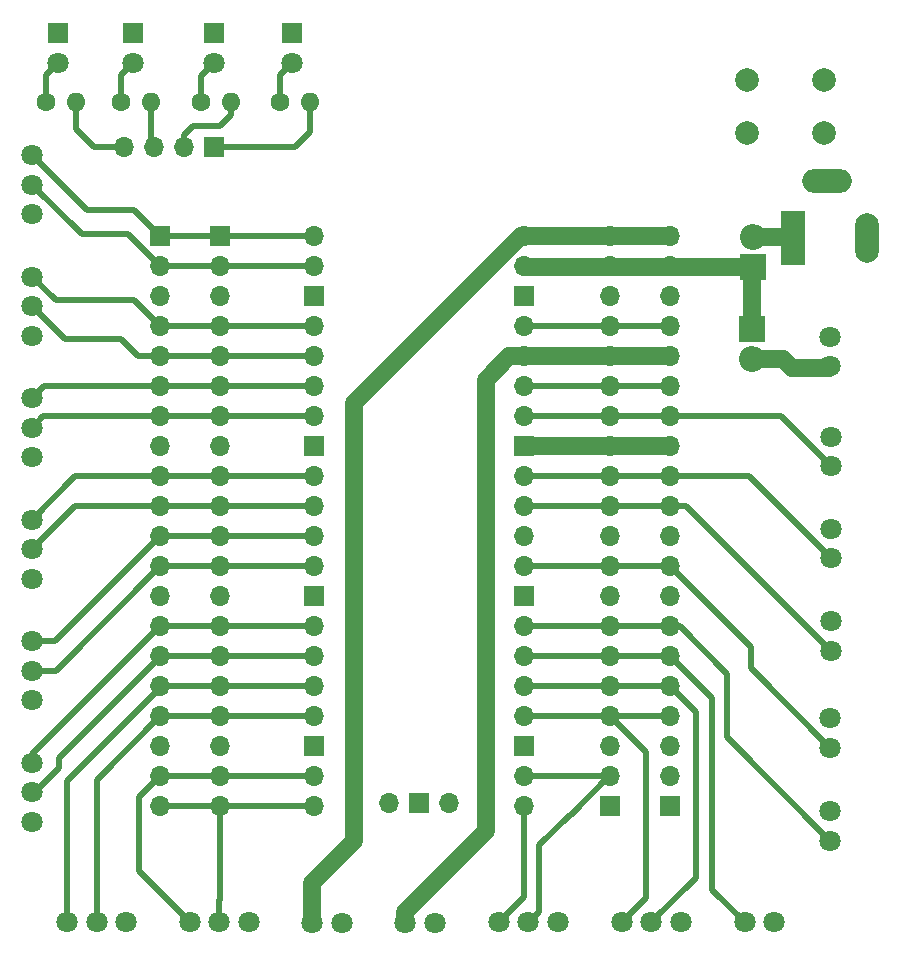
<source format=gbr>
%TF.GenerationSoftware,KiCad,Pcbnew,8.0.3*%
%TF.CreationDate,2024-07-10T23:10:10+09:00*%
%TF.ProjectId,power_control,706f7765-725f-4636-9f6e-74726f6c2e6b,rev?*%
%TF.SameCoordinates,PX5b8d800PY3473bc0*%
%TF.FileFunction,Copper,L1,Top*%
%TF.FilePolarity,Positive*%
%FSLAX46Y46*%
G04 Gerber Fmt 4.6, Leading zero omitted, Abs format (unit mm)*
G04 Created by KiCad (PCBNEW 8.0.3) date 2024-07-10 23:10:10*
%MOMM*%
%LPD*%
G01*
G04 APERTURE LIST*
%TA.AperFunction,ComponentPad*%
%ADD10R,2.200000X2.200000*%
%TD*%
%TA.AperFunction,ComponentPad*%
%ADD11O,2.200000X2.200000*%
%TD*%
%TA.AperFunction,ComponentPad*%
%ADD12C,1.600000*%
%TD*%
%TA.AperFunction,ComponentPad*%
%ADD13O,1.600000X1.600000*%
%TD*%
%TA.AperFunction,ComponentPad*%
%ADD14C,1.800000*%
%TD*%
%TA.AperFunction,ComponentPad*%
%ADD15R,1.800000X1.800000*%
%TD*%
%TA.AperFunction,ComponentPad*%
%ADD16R,1.700000X1.700000*%
%TD*%
%TA.AperFunction,ComponentPad*%
%ADD17O,1.700000X1.700000*%
%TD*%
%TA.AperFunction,ComponentPad*%
%ADD18R,2.000000X4.600000*%
%TD*%
%TA.AperFunction,ComponentPad*%
%ADD19O,2.000000X4.200000*%
%TD*%
%TA.AperFunction,ComponentPad*%
%ADD20O,4.200000X2.000000*%
%TD*%
%TA.AperFunction,ComponentPad*%
%ADD21C,2.000000*%
%TD*%
%TA.AperFunction,Conductor*%
%ADD22C,0.500000*%
%TD*%
%TA.AperFunction,Conductor*%
%ADD23C,1.500000*%
%TD*%
G04 APERTURE END LIST*
D10*
%TO.P,D6,1,K*%
%TO.N,VIN*%
X72275000Y-23486000D03*
D11*
%TO.P,D6,2,A*%
%TO.N,Net-(D6-A)*%
X72275000Y-20946000D03*
%TD*%
D12*
%TO.P,R4,1*%
%TO.N,Net-(D4-A)*%
X12429000Y-9541000D03*
D13*
%TO.P,R4,2*%
%TO.N,Net-(J5-Pin_4)*%
X14969000Y-9541000D03*
%TD*%
D14*
%TO.P,J18,1,Pin_1*%
%TO.N,Net-(J16-Pin_12)*%
X78916000Y-48158000D03*
%TO.P,J18,2,Pin_2*%
%TO.N,Net-(J16-Pin_13)*%
X78916000Y-45658000D03*
%TD*%
D12*
%TO.P,R3,1*%
%TO.N,Net-(D3-A)*%
X18779000Y-9541000D03*
D13*
%TO.P,R3,2*%
%TO.N,Net-(J5-Pin_3)*%
X21319000Y-9541000D03*
%TD*%
D15*
%TO.P,D1,1,K*%
%TO.N,GND*%
X33286000Y-3674000D03*
D14*
%TO.P,D1,2,A*%
%TO.N,Net-(D1-A)*%
X33286000Y-6214000D03*
%TD*%
%TO.P,J17,1,Pin_1*%
%TO.N,Net-(J16-Pin_11)*%
X78916000Y-55978000D03*
%TO.P,J17,2,Pin_2*%
%TO.N,Net-(J16-Pin_13)*%
X78916000Y-53478000D03*
%TD*%
%TO.P,J14,1,Pin_1*%
%TO.N,Net-(J14-Pin_1)*%
X24630000Y-78950000D03*
%TO.P,J14,2,Pin_2*%
%TO.N,Net-(J14-Pin_2)*%
X27130000Y-78950000D03*
%TO.P,J14,3,Pin_3*%
%TO.N,GND*%
X29630000Y-78950000D03*
%TD*%
D15*
%TO.P,D3,1,K*%
%TO.N,GND*%
X19824000Y-3669000D03*
D14*
%TO.P,D3,2,A*%
%TO.N,Net-(D3-A)*%
X19824000Y-6209000D03*
%TD*%
D16*
%TO.P,J5,1,Pin_1*%
%TO.N,Net-(J5-Pin_1)*%
X26682000Y-13326000D03*
D17*
%TO.P,J5,2,Pin_2*%
%TO.N,Net-(J5-Pin_2)*%
X24142000Y-13326000D03*
%TO.P,J5,3,Pin_3*%
%TO.N,Net-(J5-Pin_3)*%
X21602000Y-13326000D03*
%TO.P,J5,4,Pin_4*%
%TO.N,Net-(J5-Pin_4)*%
X19062000Y-13326000D03*
%TD*%
D14*
%TO.P,J20,1,Pin_1*%
%TO.N,Net-(J16-Pin_9)*%
X78862000Y-64176000D03*
%TO.P,J20,2,Pin_2*%
%TO.N,GND*%
X78862000Y-61676000D03*
%TD*%
%TO.P,J11,1,Pin_1*%
%TO.N,Net-(J11-Pin_1)*%
X11278000Y-55149000D03*
%TO.P,J11,2,Pin_2*%
%TO.N,Net-(J11-Pin_2)*%
X11278000Y-57649000D03*
%TO.P,J11,3,Pin_3*%
%TO.N,GND*%
X11278000Y-60149000D03*
%TD*%
D16*
%TO.P,J6,1,Pin_1*%
%TO.N,Net-(J15-Pin_1)*%
X27190000Y-20860000D03*
D17*
%TO.P,J6,2,Pin_2*%
%TO.N,Net-(J15-Pin_2)*%
X27190000Y-23400000D03*
%TO.P,J6,3,Pin_3*%
%TO.N,GND*%
X27190000Y-25940000D03*
%TO.P,J6,4,Pin_4*%
%TO.N,Net-(J15-Pin_4)*%
X27190000Y-28480000D03*
%TO.P,J6,5,Pin_5*%
%TO.N,Net-(J15-Pin_5)*%
X27190000Y-31020000D03*
%TO.P,J6,6,Pin_6*%
%TO.N,Net-(J15-Pin_6)*%
X27190000Y-33560000D03*
%TO.P,J6,7,Pin_7*%
%TO.N,Net-(J15-Pin_7)*%
X27190000Y-36100000D03*
%TO.P,J6,8,Pin_8*%
%TO.N,GND*%
X27190000Y-38640000D03*
%TO.P,J6,9,Pin_9*%
%TO.N,Net-(J10-Pin_1)*%
X27190000Y-41180000D03*
%TO.P,J6,10,Pin_10*%
%TO.N,Net-(J10-Pin_2)*%
X27190000Y-43720000D03*
%TO.P,J6,11,Pin_11*%
%TO.N,Net-(J11-Pin_1)*%
X27190000Y-46260000D03*
%TO.P,J6,12,Pin_12*%
%TO.N,Net-(J11-Pin_2)*%
X27190000Y-48800000D03*
%TO.P,J6,13,Pin_13*%
%TO.N,GND*%
X27190000Y-51340000D03*
%TO.P,J6,14,Pin_14*%
%TO.N,Net-(J12-Pin_1)*%
X27190000Y-53880000D03*
%TO.P,J6,15,Pin_15*%
%TO.N,Net-(J12-Pin_2)*%
X27190000Y-56420000D03*
%TO.P,J6,16,Pin_16*%
%TO.N,Net-(J13-Pin_1)*%
X27190000Y-58960000D03*
%TO.P,J6,17,Pin_17*%
%TO.N,Net-(J13-Pin_2)*%
X27190000Y-61500000D03*
%TO.P,J6,18,Pin_18*%
%TO.N,GND*%
X27190000Y-64040000D03*
%TO.P,J6,19,Pin_19*%
%TO.N,Net-(J14-Pin_1)*%
X27190000Y-66580000D03*
%TO.P,J6,20,Pin_20*%
%TO.N,Net-(J14-Pin_2)*%
X27190000Y-69120000D03*
%TD*%
D16*
%TO.P,J25,1,Pin_1*%
%TO.N,Net-(J16-Pin_1)*%
X65290000Y-69130000D03*
D17*
%TO.P,J25,2,Pin_2*%
%TO.N,Net-(J16-Pin_2)*%
X65290000Y-66590000D03*
%TO.P,J25,3,Pin_3*%
%TO.N,GND*%
X65290000Y-64050000D03*
%TO.P,J25,4,Pin_4*%
%TO.N,Net-(J16-Pin_4)*%
X65290000Y-61510000D03*
%TO.P,J25,5,Pin_5*%
%TO.N,Net-(J16-Pin_5)*%
X65290000Y-58970000D03*
%TO.P,J25,6,Pin_6*%
%TO.N,Net-(J16-Pin_6)*%
X65290000Y-56430000D03*
%TO.P,J25,7,Pin_7*%
%TO.N,Net-(J16-Pin_7)*%
X65290000Y-53890000D03*
%TO.P,J25,8,Pin_8*%
%TO.N,GND*%
X65290000Y-51350000D03*
%TO.P,J25,9,Pin_9*%
%TO.N,Net-(J16-Pin_9)*%
X65290000Y-48810000D03*
%TO.P,J25,10,Pin_10*%
%TO.N,Net-(J16-Pin_10)*%
X65290000Y-46270000D03*
%TO.P,J25,11,Pin_11*%
%TO.N,Net-(J16-Pin_11)*%
X65290000Y-43730000D03*
%TO.P,J25,12,Pin_12*%
%TO.N,Net-(J16-Pin_12)*%
X65290000Y-41190000D03*
%TO.P,J25,13,Pin_13*%
%TO.N,Net-(J16-Pin_13)*%
X65290000Y-38650000D03*
%TO.P,J25,14,Pin_14*%
%TO.N,Net-(J16-Pin_14)*%
X65290000Y-36110000D03*
%TO.P,J25,15,Pin_15*%
%TO.N,Net-(J16-Pin_15)*%
X65290000Y-33570000D03*
%TO.P,J25,16,Pin_16*%
%TO.N,3.3V*%
X65290000Y-31030000D03*
%TO.P,J25,17,Pin_17*%
%TO.N,Net-(J16-Pin_17)*%
X65290000Y-28490000D03*
%TO.P,J25,18,Pin_18*%
%TO.N,GND*%
X65290000Y-25950000D03*
%TO.P,J25,19,Pin_19*%
%TO.N,VIN*%
X65290000Y-23410000D03*
%TO.P,J25,20,Pin_20*%
%TO.N,5V*%
X65290000Y-20870000D03*
%TD*%
D14*
%TO.P,J21,1,Pin_1*%
%TO.N,Net-(J16-Pin_7)*%
X78862000Y-72050000D03*
%TO.P,J21,2,Pin_2*%
%TO.N,GND*%
X78862000Y-69550000D03*
%TD*%
D18*
%TO.P,J1,1*%
%TO.N,Net-(D6-A)*%
X75700000Y-21000000D03*
D19*
%TO.P,J1,2*%
%TO.N,GND*%
X82000000Y-21000000D03*
D20*
%TO.P,J1,3*%
X78600000Y-16200000D03*
%TD*%
D12*
%TO.P,R2,1*%
%TO.N,Net-(D2-A)*%
X25593000Y-9504000D03*
D13*
%TO.P,R2,2*%
%TO.N,Net-(J5-Pin_2)*%
X28133000Y-9504000D03*
%TD*%
D10*
%TO.P,D5,1,K*%
%TO.N,VIN*%
X72249600Y-28743800D03*
D11*
%TO.P,D5,2,A*%
%TO.N,Net-(D5-A)*%
X72249600Y-31283800D03*
%TD*%
D14*
%TO.P,J23,1,Pin_1*%
%TO.N,Net-(J16-Pin_4)*%
X61206000Y-78950000D03*
%TO.P,J23,2,Pin_2*%
%TO.N,Net-(J16-Pin_5)*%
X63706000Y-78950000D03*
%TO.P,J23,3,Pin_3*%
%TO.N,GND*%
X66206000Y-78950000D03*
%TD*%
%TO.P,J12,1,Pin_1*%
%TO.N,Net-(J12-Pin_1)*%
X11278000Y-65436000D03*
%TO.P,J12,2,Pin_2*%
%TO.N,Net-(J12-Pin_2)*%
X11278000Y-67936000D03*
%TO.P,J12,3,Pin_3*%
%TO.N,GND*%
X11278000Y-70436000D03*
%TD*%
%TO.P,J10,1,Pin_1*%
%TO.N,Net-(J10-Pin_1)*%
X11278000Y-44862000D03*
%TO.P,J10,2,Pin_2*%
%TO.N,Net-(J10-Pin_2)*%
X11278000Y-47362000D03*
%TO.P,J10,3,Pin_3*%
%TO.N,GND*%
X11278000Y-49862000D03*
%TD*%
%TO.P,J4,1,Pin_1*%
%TO.N,3.3V*%
X42851000Y-78985000D03*
%TO.P,J4,2,Pin_2*%
%TO.N,GND*%
X45351000Y-78985000D03*
%TD*%
%TO.P,J24,1,Pin_1*%
%TO.N,Net-(J16-Pin_1)*%
X50792000Y-78950000D03*
%TO.P,J24,2,Pin_2*%
%TO.N,Net-(J16-Pin_2)*%
X53292000Y-78950000D03*
%TO.P,J24,3,Pin_3*%
%TO.N,GND*%
X55792000Y-78950000D03*
%TD*%
%TO.P,J9,1,Pin_1*%
%TO.N,Net-(J15-Pin_6)*%
X11278000Y-34575000D03*
%TO.P,J9,2,Pin_2*%
%TO.N,Net-(J15-Pin_7)*%
X11278000Y-37075000D03*
%TO.P,J9,3,Pin_3*%
%TO.N,GND*%
X11278000Y-39575000D03*
%TD*%
D16*
%TO.P,J15,1,Pin_1*%
%TO.N,Net-(J15-Pin_1)*%
X22110000Y-20870000D03*
D17*
%TO.P,J15,2,Pin_2*%
%TO.N,Net-(J15-Pin_2)*%
X22110000Y-23410000D03*
%TO.P,J15,3,Pin_3*%
%TO.N,GND*%
X22110000Y-25950000D03*
%TO.P,J15,4,Pin_4*%
%TO.N,Net-(J15-Pin_4)*%
X22110000Y-28490000D03*
%TO.P,J15,5,Pin_5*%
%TO.N,Net-(J15-Pin_5)*%
X22110000Y-31030000D03*
%TO.P,J15,6,Pin_6*%
%TO.N,Net-(J15-Pin_6)*%
X22110000Y-33570000D03*
%TO.P,J15,7,Pin_7*%
%TO.N,Net-(J15-Pin_7)*%
X22110000Y-36110000D03*
%TO.P,J15,8,Pin_8*%
%TO.N,GND*%
X22110000Y-38650000D03*
%TO.P,J15,9,Pin_9*%
%TO.N,Net-(J10-Pin_1)*%
X22110000Y-41190000D03*
%TO.P,J15,10,Pin_10*%
%TO.N,Net-(J10-Pin_2)*%
X22110000Y-43730000D03*
%TO.P,J15,11,Pin_11*%
%TO.N,Net-(J11-Pin_1)*%
X22110000Y-46270000D03*
%TO.P,J15,12,Pin_12*%
%TO.N,Net-(J11-Pin_2)*%
X22110000Y-48810000D03*
%TO.P,J15,13,Pin_13*%
%TO.N,GND*%
X22110000Y-51350000D03*
%TO.P,J15,14,Pin_14*%
%TO.N,Net-(J12-Pin_1)*%
X22110000Y-53890000D03*
%TO.P,J15,15,Pin_15*%
%TO.N,Net-(J12-Pin_2)*%
X22110000Y-56430000D03*
%TO.P,J15,16,Pin_16*%
%TO.N,Net-(J13-Pin_1)*%
X22110000Y-58970000D03*
%TO.P,J15,17,Pin_17*%
%TO.N,Net-(J13-Pin_2)*%
X22110000Y-61510000D03*
%TO.P,J15,18,Pin_18*%
%TO.N,GND*%
X22110000Y-64050000D03*
%TO.P,J15,19,Pin_19*%
%TO.N,Net-(J14-Pin_1)*%
X22110000Y-66590000D03*
%TO.P,J15,20,Pin_20*%
%TO.N,Net-(J14-Pin_2)*%
X22110000Y-69130000D03*
%TD*%
D14*
%TO.P,J13,1,Pin_1*%
%TO.N,Net-(J13-Pin_1)*%
X14250000Y-78950000D03*
%TO.P,J13,2,Pin_2*%
%TO.N,Net-(J13-Pin_2)*%
X16750000Y-78950000D03*
%TO.P,J13,3,Pin_3*%
%TO.N,GND*%
X19250000Y-78950000D03*
%TD*%
%TO.P,J3,1,Pin_1*%
%TO.N,5V*%
X34977000Y-78985000D03*
%TO.P,J3,2,Pin_2*%
%TO.N,GND*%
X37477000Y-78985000D03*
%TD*%
D15*
%TO.P,D4,1,K*%
%TO.N,GND*%
X13474000Y-3669000D03*
D14*
%TO.P,D4,2,A*%
%TO.N,Net-(D4-A)*%
X13474000Y-6209000D03*
%TD*%
D12*
%TO.P,R1,1*%
%TO.N,Net-(D1-A)*%
X32241000Y-9516000D03*
D13*
%TO.P,R1,2*%
%TO.N,Net-(J5-Pin_1)*%
X34781000Y-9516000D03*
%TD*%
D14*
%TO.P,J22,1,Pin_1*%
%TO.N,Net-(J16-Pin_6)*%
X71600000Y-78950000D03*
%TO.P,J22,2,Pin_2*%
%TO.N,GND*%
X74100000Y-78950000D03*
%TD*%
%TO.P,J7,1,Pin_1*%
%TO.N,Net-(J15-Pin_1)*%
X11278000Y-14001000D03*
%TO.P,J7,2,Pin_2*%
%TO.N,Net-(J15-Pin_2)*%
X11278000Y-16501000D03*
%TO.P,J7,3,Pin_3*%
%TO.N,GND*%
X11278000Y-19001000D03*
%TD*%
D16*
%TO.P,J16,1,Pin_1*%
%TO.N,Net-(J16-Pin_1)*%
X60210000Y-69130000D03*
D17*
%TO.P,J16,2,Pin_2*%
%TO.N,Net-(J16-Pin_2)*%
X60210000Y-66590000D03*
%TO.P,J16,3,Pin_3*%
%TO.N,GND*%
X60210000Y-64050000D03*
%TO.P,J16,4,Pin_4*%
%TO.N,Net-(J16-Pin_4)*%
X60210000Y-61510000D03*
%TO.P,J16,5,Pin_5*%
%TO.N,Net-(J16-Pin_5)*%
X60210000Y-58970000D03*
%TO.P,J16,6,Pin_6*%
%TO.N,Net-(J16-Pin_6)*%
X60210000Y-56430000D03*
%TO.P,J16,7,Pin_7*%
%TO.N,Net-(J16-Pin_7)*%
X60210000Y-53890000D03*
%TO.P,J16,8,Pin_8*%
%TO.N,GND*%
X60210000Y-51350000D03*
%TO.P,J16,9,Pin_9*%
%TO.N,Net-(J16-Pin_9)*%
X60210000Y-48810000D03*
%TO.P,J16,10,Pin_10*%
%TO.N,Net-(J16-Pin_10)*%
X60210000Y-46270000D03*
%TO.P,J16,11,Pin_11*%
%TO.N,Net-(J16-Pin_11)*%
X60210000Y-43730000D03*
%TO.P,J16,12,Pin_12*%
%TO.N,Net-(J16-Pin_12)*%
X60210000Y-41190000D03*
%TO.P,J16,13,Pin_13*%
%TO.N,Net-(J16-Pin_13)*%
X60210000Y-38650000D03*
%TO.P,J16,14,Pin_14*%
%TO.N,Net-(J16-Pin_14)*%
X60210000Y-36110000D03*
%TO.P,J16,15,Pin_15*%
%TO.N,Net-(J16-Pin_15)*%
X60210000Y-33570000D03*
%TO.P,J16,16,Pin_16*%
%TO.N,3.3V*%
X60210000Y-31030000D03*
%TO.P,J16,17,Pin_17*%
%TO.N,Net-(J16-Pin_17)*%
X60210000Y-28490000D03*
%TO.P,J16,18,Pin_18*%
%TO.N,GND*%
X60210000Y-25950000D03*
%TO.P,J16,19,Pin_19*%
%TO.N,VIN*%
X60210000Y-23410000D03*
%TO.P,J16,20,Pin_20*%
%TO.N,5V*%
X60210000Y-20870000D03*
%TD*%
D21*
%TO.P,SW1,1,1*%
%TO.N,Net-(J16-Pin_10)*%
X78319000Y-12147000D03*
X71819000Y-12147000D03*
%TO.P,SW1,2,2*%
%TO.N,GND*%
X78319000Y-7647000D03*
X71819000Y-7647000D03*
%TD*%
D14*
%TO.P,J8,1,Pin_1*%
%TO.N,Net-(J15-Pin_4)*%
X11278000Y-24288000D03*
%TO.P,J8,2,Pin_2*%
%TO.N,Net-(J15-Pin_5)*%
X11278000Y-26788000D03*
%TO.P,J8,3,Pin_3*%
%TO.N,GND*%
X11278000Y-29288000D03*
%TD*%
D17*
%TO.P,U1,1,GPIO0*%
%TO.N,Net-(J15-Pin_1)*%
X35110000Y-20870000D03*
%TO.P,U1,2,GPIO1*%
%TO.N,Net-(J15-Pin_2)*%
X35110000Y-23410000D03*
D16*
%TO.P,U1,3,GND*%
%TO.N,GND*%
X35110000Y-25950000D03*
D17*
%TO.P,U1,4,GPIO2*%
%TO.N,Net-(J15-Pin_4)*%
X35110000Y-28490000D03*
%TO.P,U1,5,GPIO3*%
%TO.N,Net-(J15-Pin_5)*%
X35110000Y-31030000D03*
%TO.P,U1,6,GPIO4*%
%TO.N,Net-(J15-Pin_6)*%
X35110000Y-33570000D03*
%TO.P,U1,7,GPIO5*%
%TO.N,Net-(J15-Pin_7)*%
X35110000Y-36110000D03*
D16*
%TO.P,U1,8,GND*%
%TO.N,GND*%
X35110000Y-38650000D03*
D17*
%TO.P,U1,9,GPIO6*%
%TO.N,Net-(J10-Pin_1)*%
X35110000Y-41190000D03*
%TO.P,U1,10,GPIO7*%
%TO.N,Net-(J10-Pin_2)*%
X35110000Y-43730000D03*
%TO.P,U1,11,GPIO8*%
%TO.N,Net-(J11-Pin_1)*%
X35110000Y-46270000D03*
%TO.P,U1,12,GPIO9*%
%TO.N,Net-(J11-Pin_2)*%
X35110000Y-48810000D03*
D16*
%TO.P,U1,13,GND*%
%TO.N,GND*%
X35110000Y-51350000D03*
D17*
%TO.P,U1,14,GPIO10*%
%TO.N,Net-(J12-Pin_1)*%
X35110000Y-53890000D03*
%TO.P,U1,15,GPIO11*%
%TO.N,Net-(J12-Pin_2)*%
X35110000Y-56430000D03*
%TO.P,U1,16,GPIO12*%
%TO.N,Net-(J13-Pin_1)*%
X35110000Y-58970000D03*
%TO.P,U1,17,GPIO13*%
%TO.N,Net-(J13-Pin_2)*%
X35110000Y-61510000D03*
D16*
%TO.P,U1,18,GND*%
%TO.N,GND*%
X35110000Y-64050000D03*
D17*
%TO.P,U1,19,GPIO14*%
%TO.N,Net-(J14-Pin_1)*%
X35110000Y-66590000D03*
%TO.P,U1,20,GPIO15*%
%TO.N,Net-(J14-Pin_2)*%
X35110000Y-69130000D03*
%TO.P,U1,21,GPIO16*%
%TO.N,Net-(J16-Pin_1)*%
X52890000Y-69130000D03*
%TO.P,U1,22,GPIO17*%
%TO.N,Net-(J16-Pin_2)*%
X52890000Y-66590000D03*
D16*
%TO.P,U1,23,GND*%
%TO.N,GND*%
X52890000Y-64050000D03*
D17*
%TO.P,U1,24,GPIO18*%
%TO.N,Net-(J16-Pin_4)*%
X52890000Y-61510000D03*
%TO.P,U1,25,GPIO19*%
%TO.N,Net-(J16-Pin_5)*%
X52890000Y-58970000D03*
%TO.P,U1,26,GPIO20*%
%TO.N,Net-(J16-Pin_6)*%
X52890000Y-56430000D03*
%TO.P,U1,27,GPIO21*%
%TO.N,Net-(J16-Pin_7)*%
X52890000Y-53890000D03*
D16*
%TO.P,U1,28,GND*%
%TO.N,GND*%
X52890000Y-51350000D03*
D17*
%TO.P,U1,29,GPIO22*%
%TO.N,Net-(J16-Pin_9)*%
X52890000Y-48810000D03*
%TO.P,U1,30,RUN*%
%TO.N,Net-(J16-Pin_10)*%
X52890000Y-46270000D03*
%TO.P,U1,31,GPIO26_ADC0*%
%TO.N,Net-(J16-Pin_11)*%
X52890000Y-43730000D03*
%TO.P,U1,32,GPIO27_ADC1*%
%TO.N,Net-(J16-Pin_12)*%
X52890000Y-41190000D03*
D16*
%TO.P,U1,33,AGND*%
%TO.N,Net-(J16-Pin_13)*%
X52890000Y-38650000D03*
D17*
%TO.P,U1,34,GPIO28_ADC2*%
%TO.N,Net-(J16-Pin_14)*%
X52890000Y-36110000D03*
%TO.P,U1,35,ADC_VREF*%
%TO.N,Net-(J16-Pin_15)*%
X52890000Y-33570000D03*
%TO.P,U1,36,3V3*%
%TO.N,3.3V*%
X52890000Y-31030000D03*
%TO.P,U1,37,3V3_EN*%
%TO.N,Net-(J16-Pin_17)*%
X52890000Y-28490000D03*
D16*
%TO.P,U1,38,GND*%
%TO.N,GND*%
X52890000Y-25950000D03*
D17*
%TO.P,U1,39,VSYS*%
%TO.N,VIN*%
X52890000Y-23410000D03*
%TO.P,U1,40,VBUS*%
%TO.N,5V*%
X52890000Y-20870000D03*
%TO.P,U1,41,SWCLK*%
%TO.N,unconnected-(U1-SWCLK-Pad41)*%
X41460000Y-68900000D03*
D16*
%TO.P,U1,42,GND*%
%TO.N,unconnected-(U1-GND-Pad42)*%
X44000000Y-68900000D03*
D17*
%TO.P,U1,43,SWDIO*%
%TO.N,unconnected-(U1-SWDIO-Pad43)*%
X46540000Y-68900000D03*
%TD*%
D15*
%TO.P,D2,1,K*%
%TO.N,GND*%
X26682000Y-3669000D03*
D14*
%TO.P,D2,2,A*%
%TO.N,Net-(D2-A)*%
X26682000Y-6209000D03*
%TD*%
%TO.P,J19,1,Pin_1*%
%TO.N,Net-(J16-Pin_14)*%
X78916000Y-40357000D03*
%TO.P,J19,2,Pin_2*%
%TO.N,Net-(J16-Pin_13)*%
X78916000Y-37857000D03*
%TD*%
%TO.P,J2,1,Pin_1*%
%TO.N,Net-(D5-A)*%
X78862000Y-31902000D03*
%TO.P,J2,2,Pin_2*%
%TO.N,GND*%
X78862000Y-29402000D03*
%TD*%
D22*
%TO.N,Net-(D1-A)*%
X32241000Y-7259000D02*
X33286000Y-6214000D01*
X32241000Y-9516000D02*
X32241000Y-7259000D01*
D23*
%TO.N,VIN*%
X72275000Y-23486000D02*
X52966000Y-23486000D01*
X52966000Y-23486000D02*
X52890000Y-23410000D01*
X72249600Y-23511400D02*
X72275000Y-23486000D01*
X72249600Y-28743800D02*
X72249600Y-23511400D01*
D22*
%TO.N,Net-(D2-A)*%
X25593000Y-7298000D02*
X26682000Y-6209000D01*
X25593000Y-9504000D02*
X25593000Y-7298000D01*
%TO.N,Net-(D3-A)*%
X18779000Y-7254000D02*
X19824000Y-6209000D01*
X18779000Y-9541000D02*
X18779000Y-7254000D01*
%TO.N,Net-(D4-A)*%
X12429000Y-9541000D02*
X12429000Y-7254000D01*
X12429000Y-7254000D02*
X13474000Y-6209000D01*
D23*
%TO.N,Net-(D5-A)*%
X78769000Y-31995000D02*
X78862000Y-31902000D01*
X72249600Y-31283800D02*
X74865800Y-31283800D01*
X74865800Y-31283800D02*
X75577000Y-31995000D01*
X75577000Y-31995000D02*
X78769000Y-31995000D01*
%TO.N,Net-(D6-A)*%
X72275000Y-20946000D02*
X75646000Y-20946000D01*
X75646000Y-20946000D02*
X75700000Y-21000000D01*
D22*
%TO.N,Net-(J12-Pin_1)*%
X22110000Y-53890000D02*
X11278000Y-64722000D01*
X11278000Y-64722000D02*
X11278000Y-65436000D01*
X35110000Y-53890000D02*
X22110000Y-53890000D01*
%TO.N,Net-(J12-Pin_2)*%
X22110000Y-56430000D02*
X22110000Y-56506000D01*
X35110000Y-56430000D02*
X22110000Y-56430000D01*
X11487000Y-67936000D02*
X11278000Y-67936000D01*
X13550000Y-65066000D02*
X13550000Y-65873000D01*
X22110000Y-56506000D02*
X13550000Y-65066000D01*
X13550000Y-65873000D02*
X11487000Y-67936000D01*
%TO.N,Net-(J14-Pin_1)*%
X20332000Y-74652000D02*
X24630000Y-78950000D01*
X20332000Y-68368000D02*
X20332000Y-74652000D01*
X22110000Y-66590000D02*
X20332000Y-68368000D01*
X35110000Y-66590000D02*
X22110000Y-66590000D01*
D23*
%TO.N,5V*%
X52890000Y-20870000D02*
X65290000Y-20870000D01*
X52666000Y-20870000D02*
X52890000Y-20870000D01*
X34977000Y-78985000D02*
X34977000Y-75651000D01*
X34977000Y-75651000D02*
X38522000Y-72106000D01*
X38522000Y-72106000D02*
X38522000Y-35014000D01*
X38522000Y-35014000D02*
X52666000Y-20870000D01*
%TO.N,3.3V*%
X52890000Y-31030000D02*
X65290000Y-31030000D01*
X52890000Y-31030000D02*
X51687919Y-31030000D01*
X49669000Y-71238000D02*
X42851000Y-78056000D01*
X49669000Y-33048919D02*
X49669000Y-71238000D01*
X51687919Y-31030000D02*
X49669000Y-33048919D01*
X42851000Y-78056000D02*
X42851000Y-78985000D01*
D22*
%TO.N,Net-(J14-Pin_2)*%
X35110000Y-69130000D02*
X22110000Y-69130000D01*
X27190000Y-77050000D02*
X27130000Y-77110000D01*
X27130000Y-77110000D02*
X27130000Y-78950000D01*
X27190000Y-69120000D02*
X27190000Y-77050000D01*
%TO.N,Net-(J10-Pin_1)*%
X14950000Y-41190000D02*
X11278000Y-44862000D01*
X22110000Y-41190000D02*
X14950000Y-41190000D01*
X35110000Y-41190000D02*
X22110000Y-41190000D01*
%TO.N,Net-(J11-Pin_2)*%
X13271000Y-57649000D02*
X11278000Y-57649000D01*
X22110000Y-48810000D02*
X35110000Y-48810000D01*
X22110000Y-48810000D02*
X13271000Y-57649000D01*
%TO.N,Net-(J15-Pin_7)*%
X12243000Y-36110000D02*
X22110000Y-36110000D01*
X11278000Y-37075000D02*
X12243000Y-36110000D01*
X35110000Y-36110000D02*
X22110000Y-36110000D01*
%TO.N,Net-(J15-Pin_2)*%
X11278000Y-16501000D02*
X15469000Y-20692000D01*
X22110000Y-23410000D02*
X35110000Y-23410000D01*
X19392000Y-20692000D02*
X22110000Y-23410000D01*
X15469000Y-20692000D02*
X19392000Y-20692000D01*
%TO.N,Net-(J15-Pin_4)*%
X11278000Y-24288000D02*
X13270000Y-26280000D01*
X13270000Y-26280000D02*
X19900000Y-26280000D01*
X19900000Y-26280000D02*
X22110000Y-28490000D01*
X22110000Y-28490000D02*
X35110000Y-28490000D01*
%TO.N,Net-(J11-Pin_1)*%
X13231000Y-55149000D02*
X11278000Y-55149000D01*
X35110000Y-46270000D02*
X22110000Y-46270000D01*
X22110000Y-46270000D02*
X13231000Y-55149000D01*
%TO.N,Net-(J15-Pin_6)*%
X35110000Y-33570000D02*
X12283000Y-33570000D01*
X12283000Y-33570000D02*
X11278000Y-34575000D01*
%TO.N,Net-(J15-Pin_5)*%
X14072000Y-29582000D02*
X18808000Y-29582000D01*
X11278000Y-26788000D02*
X14072000Y-29582000D01*
X20256000Y-31030000D02*
X35110000Y-31030000D01*
X18808000Y-29582000D02*
X20256000Y-31030000D01*
%TO.N,Net-(J13-Pin_1)*%
X22110000Y-58970000D02*
X22110000Y-59135000D01*
X22110000Y-59135000D02*
X14250000Y-66995000D01*
X35110000Y-58970000D02*
X22110000Y-58970000D01*
X14250000Y-66995000D02*
X14250000Y-78950000D01*
%TO.N,Net-(J13-Pin_2)*%
X22110000Y-61510000D02*
X16750000Y-66870000D01*
X35110000Y-61510000D02*
X22110000Y-61510000D01*
X16750000Y-66870000D02*
X16750000Y-78950000D01*
%TO.N,Net-(J15-Pin_1)*%
X19900000Y-18660000D02*
X22110000Y-20870000D01*
X35110000Y-20870000D02*
X22110000Y-20870000D01*
X11278000Y-14001000D02*
X15937000Y-18660000D01*
X15937000Y-18660000D02*
X19900000Y-18660000D01*
%TO.N,Net-(J10-Pin_2)*%
X14910000Y-43730000D02*
X11278000Y-47362000D01*
X35110000Y-43730000D02*
X22110000Y-43730000D01*
X22110000Y-43730000D02*
X14910000Y-43730000D01*
%TO.N,Net-(J16-Pin_6)*%
X68846000Y-76196000D02*
X71600000Y-78950000D01*
X68846000Y-59986000D02*
X68846000Y-76196000D01*
X52890000Y-56430000D02*
X65290000Y-56430000D01*
X65290000Y-56430000D02*
X68846000Y-59986000D01*
%TO.N,Net-(J16-Pin_9)*%
X65290000Y-48810000D02*
X72148000Y-55668000D01*
X72148000Y-55668000D02*
X72148000Y-57462000D01*
X72148000Y-57462000D02*
X78862000Y-64176000D01*
X52890000Y-48810000D02*
X65290000Y-48810000D01*
%TO.N,Net-(J16-Pin_4)*%
X63258000Y-64558000D02*
X63258000Y-76898000D01*
X52890000Y-61510000D02*
X65290000Y-61510000D01*
X63258000Y-76898000D02*
X61206000Y-78950000D01*
X60210000Y-61510000D02*
X63258000Y-64558000D01*
%TO.N,Net-(J16-Pin_1)*%
X52890000Y-76852000D02*
X50792000Y-78950000D01*
X52890000Y-69130000D02*
X52890000Y-76852000D01*
%TO.N,Net-(J16-Pin_15)*%
X52890000Y-33570000D02*
X65290000Y-33570000D01*
%TO.N,Net-(J16-Pin_17)*%
X52890000Y-28490000D02*
X65290000Y-28490000D01*
%TO.N,Net-(J16-Pin_11)*%
X66668000Y-43730000D02*
X78916000Y-55978000D01*
X52890000Y-43730000D02*
X66668000Y-43730000D01*
%TO.N,Net-(J16-Pin_12)*%
X71948000Y-41190000D02*
X78916000Y-48158000D01*
X52890000Y-41190000D02*
X71948000Y-41190000D01*
D23*
%TO.N,Net-(J16-Pin_13)*%
X52890000Y-38650000D02*
X65295585Y-38650000D01*
X78809000Y-45711000D02*
X78862000Y-45658000D01*
X65290000Y-38650000D02*
X65295585Y-38650000D01*
X65295585Y-38650000D02*
X65295585Y-38650001D01*
D22*
%TO.N,Net-(J16-Pin_5)*%
X67449000Y-61129000D02*
X67449000Y-75207000D01*
X67449000Y-75207000D02*
X63706000Y-78950000D01*
X52890000Y-58970000D02*
X65290000Y-58970000D01*
X65290000Y-58970000D02*
X67449000Y-61129000D01*
%TO.N,Net-(J16-Pin_14)*%
X65290000Y-36110000D02*
X74669000Y-36110000D01*
X74669000Y-36110000D02*
X78916000Y-40357000D01*
X52890000Y-36110000D02*
X65290000Y-36110000D01*
%TO.N,Net-(J16-Pin_2)*%
X54192000Y-78050000D02*
X53292000Y-78950000D01*
X56781000Y-69841000D02*
X54192000Y-72430000D01*
X60210000Y-66590000D02*
X60150000Y-66590000D01*
X60150000Y-66590000D02*
X56899000Y-69841000D01*
X52890000Y-66590000D02*
X60210000Y-66590000D01*
X56899000Y-69841000D02*
X56781000Y-69841000D01*
X54192000Y-72430000D02*
X54192000Y-78050000D01*
%TO.N,Net-(J16-Pin_7)*%
X66103000Y-53890000D02*
X70116000Y-57903000D01*
X70116000Y-63304000D02*
X78862000Y-72050000D01*
X52890000Y-53890000D02*
X65290000Y-53890000D01*
X65290000Y-53890000D02*
X66103000Y-53890000D01*
X70116000Y-57903000D02*
X70116000Y-63304000D01*
%TO.N,Net-(J5-Pin_1)*%
X33540000Y-13326000D02*
X26682000Y-13326000D01*
X34781000Y-12085000D02*
X33540000Y-13326000D01*
X34781000Y-9516000D02*
X34781000Y-12085000D01*
%TO.N,Net-(J5-Pin_2)*%
X28133000Y-9504000D02*
X28133000Y-10605000D01*
X24142000Y-12310000D02*
X24142000Y-13326000D01*
X27190000Y-11548000D02*
X24904000Y-11548000D01*
X24904000Y-11548000D02*
X24142000Y-12310000D01*
X28133000Y-10605000D02*
X27190000Y-11548000D01*
%TO.N,Net-(J5-Pin_4)*%
X14969000Y-9541000D02*
X14969000Y-11773000D01*
X16522000Y-13326000D02*
X19062000Y-13326000D01*
X14969000Y-11773000D02*
X16522000Y-13326000D01*
%TO.N,Net-(J5-Pin_3)*%
X21319000Y-9541000D02*
X21348000Y-9570000D01*
X21348000Y-13072000D02*
X21602000Y-13326000D01*
X21348000Y-9570000D02*
X21348000Y-13072000D01*
%TD*%
M02*

</source>
